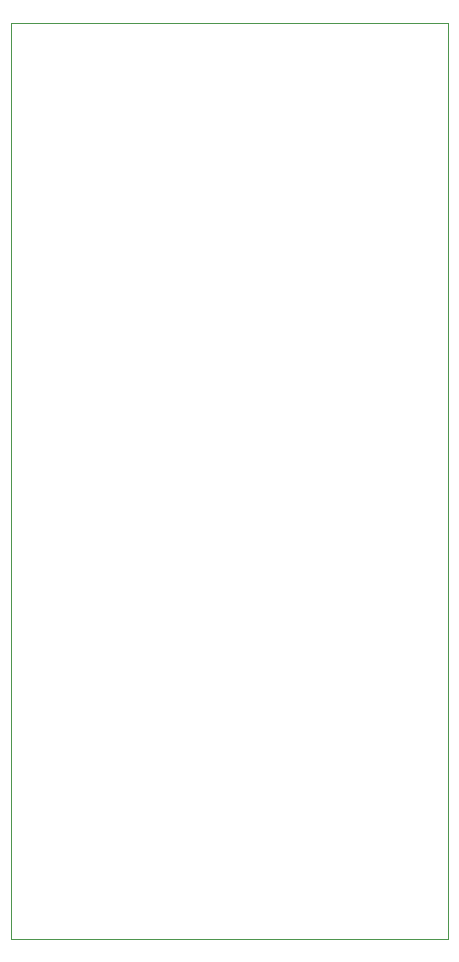
<source format=gbr>
%TF.GenerationSoftware,KiCad,Pcbnew,9.0.5*%
%TF.CreationDate,2025-11-17T23:00:25-05:00*%
%TF.ProjectId,RyanLing_Flight_Computer,5279616e-4c69-46e6-975f-466c69676874,rev?*%
%TF.SameCoordinates,Original*%
%TF.FileFunction,Profile,NP*%
%FSLAX46Y46*%
G04 Gerber Fmt 4.6, Leading zero omitted, Abs format (unit mm)*
G04 Created by KiCad (PCBNEW 9.0.5) date 2025-11-17 23:00:25*
%MOMM*%
%LPD*%
G01*
G04 APERTURE LIST*
%TA.AperFunction,Profile*%
%ADD10C,0.050000*%
%TD*%
G04 APERTURE END LIST*
D10*
X160000000Y-102500000D02*
X123000000Y-102500000D01*
X123000000Y-25000000D01*
X160000000Y-25000000D01*
X160000000Y-102500000D01*
M02*

</source>
